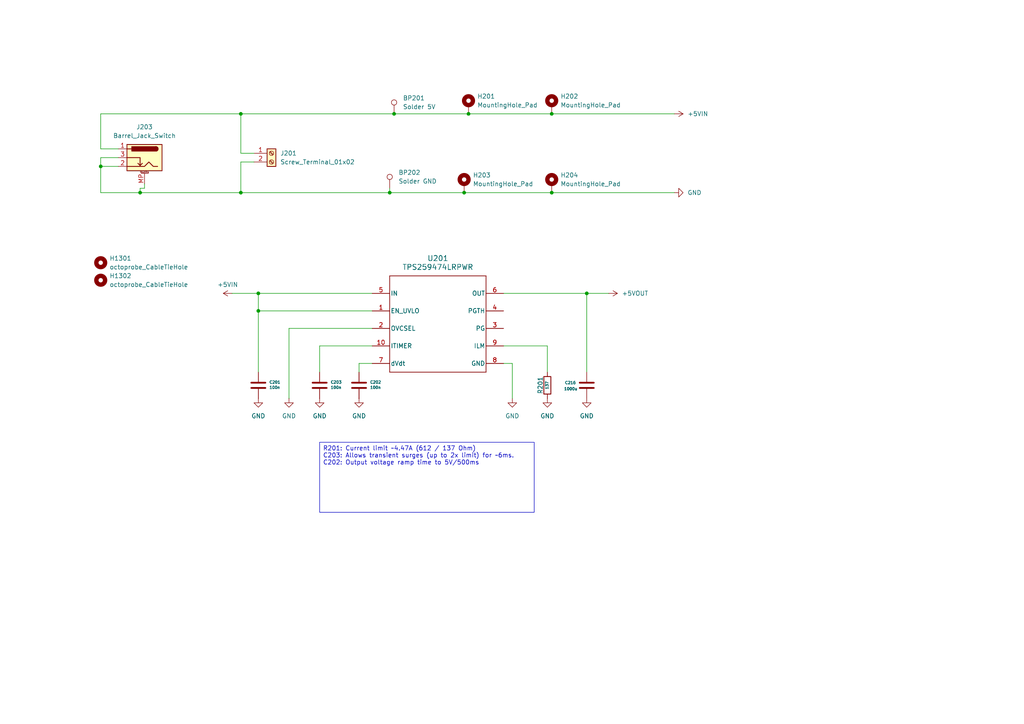
<source format=kicad_sch>
(kicad_sch (version 20250114) (generator "eeschema") (generator_version "9.0")
  (paper "A4")
  (lib_symbols
    (symbol "00_project_library:C" (pin_numbers (hide yes)) (pin_names (offset 0.254))
      (property "Reference" "C" (at 0.635 2.54 0))
      (property "Value" "C" (at 0.635 -2.54 0))
      (symbol "C_0_1"
        (polyline (pts (xy -2.032 0.762) (xy 2.032 0.762)) (stroke (width 0.508)))
        (polyline (pts (xy -2.032 -0.762) (xy 2.032 -0.762)) (stroke (width 0.508)))
      )
      (symbol "C_1_1"
        (pin passive line (at 0 3.81 270) (length 2.794) (name "~") (number "1"))
        (pin passive line (at 0 -3.81 90) (length 2.794) (name "~") (number "2"))
      )
    )
    (symbol "00_project_library:HUB+5V" (power) (pin_numbers (hide yes)) (pin_names (offset 0) (hide yes))
      (property "Value" "HUB+5V" (at 0 3.556 0))
      (symbol "HUB+5V_0_1"
        (polyline (pts (xy -0.762 1.27) (xy 0 2.54)))
        (polyline (pts (xy 0 2.54) (xy 0.762 1.27)))
        (polyline (pts (xy 0 0) (xy 0 2.54)))
      )
      (symbol "HUB+5V_1_1"
        (pin power_in line (at 0 0 90) (length 0) (name "~") (number "1"))
      )
    )
    (symbol "00_project_library:TPS259474LRPWR" (pin_names (offset 0.254))
      (property "Reference" "U" (at 0 2.54 0))
      (property "Value" "TPS259474LRPWR" (at 0 0 0))
      (symbol "TPS259474LRPWR_0_1"
        (polyline (pts (xy 5.08 5.08) (xy 5.08 -22.86)) (stroke (width 0.2032)))
        (polyline (pts (xy 5.08 -22.86) (xy 33.02 -22.86)) (stroke (width 0.2032)))
        (polyline (pts (xy 33.02 5.08) (xy 5.08 5.08)) (stroke (width 0.2032)))
        (polyline (pts (xy 33.02 -22.86) (xy 33.02 5.08)) (stroke (width 0.2032)))
        (pin power_in line (at 0 0 0) (length 5.08) (name "IN") (number "5"))
        (pin input line (at 0 -5.08 0) (length 5.08) (name "EN_UVLO") (number "1"))
        (pin input line (at 0 -10.16 0) (length 5.08) (name "OVCSEL") (number "2"))
        (pin output line (at 0 -15.24 0) (length 5.08) (name "ITIMER") (number "10"))
        (pin output line (at 0 -20.32 0) (length 5.08) (name "dVdt") (number "7"))
        (pin power_in line (at 38.1 0 180) (length 5.08) (name "OUT") (number "6"))
        (pin input line (at 38.1 -5.08 180) (length 5.08) (name "PGTH") (number "4"))
        (pin output line (at 38.1 -10.16 180) (length 5.08) (name "PG") (number "3"))
        (pin output line (at 38.1 -15.24 180) (length 5.08) (name "ILM") (number "9"))
        (pin power_in line (at 38.1 -20.32 180) (length 5.08) (name "GND") (number "8"))
      )
    )
    (symbol "00_project_library:octoprobe_CableTieHole" (pin_numbers (hide yes)) (pin_names (offset 0) (hide yes)) (in_bom no)
      (property "Reference" "H" (at 0 5.08 0))
      (property "Value" "octoprobe_CableTieHole" (at 0 3.175 0))
      (symbol "octoprobe_CableTieHole_0_1"
        (circle (center 0 0) (radius 1.27) (stroke (width 1.27)))
      )
    )
    (symbol "00_project_library:octoprobe_breakout_BP" (pin_numbers (hide yes)) (pin_names (offset 0.762) (hide yes))
      (property "Reference" "BP" (at 0 6.858 0))
      (property "Value" "octoprobe_prototype_board" (at 0 5.08 0))
      (symbol "octoprobe_breakout_BP_0_1"
        (circle (center 0 3.302) (radius 0.762))
      )
      (symbol "octoprobe_breakout_BP_1_1"
        (pin passive line (at 0 0 90) (length 2.54) (name "1") (number "1"))
      )
    )
    (symbol "Connector:Barrel_Jack_Switch_MountingPin" (pin_names (hide yes))
      (property "Reference" "J" (at 0 5.334 0))
      (property "Value" "Barrel_Jack_Switch_MountingPin" (at 1.27 -6.35 0))
      (symbol "Barrel_Jack_Switch_MountingPin_0_1"
        (rectangle (start -5.08 3.81) (end 5.08 -3.81) (stroke (width 0.254)) (fill (type background)))
        (polyline (pts (xy -3.81 -2.54) (xy -2.54 -2.54) (xy -1.27 -1.27) (xy 0 -2.54) (xy 2.54 -2.54) (xy 5.08 -2.54)) (stroke (width 0.254)))
        (arc (start -3.302 1.905) (mid -3.9343 2.54) (end -3.302 3.175) (stroke (width 0.254)))
        (arc (start -3.302 1.905) (mid -3.9343 2.54) (end -3.302 3.175) (stroke (width 0.254)) (fill (type outline)))
        (polyline (pts (xy 1.27 -2.286) (xy 1.905 -1.651)) (stroke (width 0.254)))
        (rectangle (start 3.683 3.175) (end -3.302 1.905) (stroke (width 0.254)) (fill (type outline)))
        (polyline (pts (xy 5.08 2.54) (xy 3.81 2.54)) (stroke (width 0.254)))
        (polyline (pts (xy 5.08 0) (xy 1.27 0) (xy 1.27 -2.286) (xy 0.635 -1.651)) (stroke (width 0.254)))
      )
      (symbol "Barrel_Jack_Switch_MountingPin_1_1"
        (polyline (pts (xy -1.016 -4.572) (xy 1.016 -4.572)) (stroke (width 0.1524)))
        (text "Mounting" (at 0 -4.191 0) (effects (font (size 0.381 0.381))))
        (pin passive line (at 0 -7.62 90) (length 3.048) (name "MountPin") (number "MP"))
        (pin passive line (at 7.62 2.54 180) (length 2.54) (name "~") (number "1"))
        (pin passive line (at 7.62 0 180) (length 2.54) (name "~") (number "3"))
        (pin passive line (at 7.62 -2.54 180) (length 2.54) (name "~") (number "2"))
      )
    )
    (symbol "Connector:Screw_Terminal_01x02" (pin_names (offset 1.016) (hide yes))
      (property "Reference" "J" (at 0 2.54 0))
      (property "Value" "Screw_Terminal_01x02" (at 0 -5.08 0))
      (symbol "Screw_Terminal_01x02_1_1"
        (rectangle (start -1.27 1.27) (end 1.27 -3.81) (stroke (width 0.254)) (fill (type background)))
        (polyline (pts (xy -0.5334 0.3302) (xy 0.3302 -0.508)) (stroke (width 0.1524)))
        (polyline (pts (xy -0.5334 -2.2098) (xy 0.3302 -3.048)) (stroke (width 0.1524)))
        (polyline (pts (xy -0.3556 0.508) (xy 0.508 -0.3302)) (stroke (width 0.1524)))
        (polyline (pts (xy -0.3556 -2.032) (xy 0.508 -2.8702)) (stroke (width 0.1524)))
        (circle (center 0 0) (radius 0.635) (stroke (width 0.1524)))
        (circle (center 0 -2.54) (radius 0.635) (stroke (width 0.1524)))
        (pin passive line (at -5.08 0 0) (length 3.81) (name "Pin_1") (number "1"))
        (pin passive line (at -5.08 -2.54 0) (length 3.81) (name "Pin_2") (number "2"))
      )
    )
    (symbol "Device:R" (pin_numbers (hide yes)) (pin_names (offset 0))
      (property "Reference" "R" (at 2.032 0 90))
      (property "Value" "R" (at 0 0 90))
      (symbol "R_0_1"
        (rectangle (start -1.016 -2.54) (end 1.016 2.54) (stroke (width 0.254)))
      )
      (symbol "R_1_1"
        (pin passive line (at 0 3.81 270) (length 1.27) (name "~") (number "1"))
        (pin passive line (at 0 -3.81 90) (length 1.27) (name "~") (number "2"))
      )
    )
    (symbol "Mechanical:MountingHole_Pad" (pin_numbers (hide yes)) (pin_names (offset 1.016) (hide yes)) (in_bom no)
      (property "Reference" "H" (at 0 6.35 0))
      (property "Value" "MountingHole_Pad" (at 0 4.445 0))
      (symbol "MountingHole_Pad_0_1"
        (circle (center 0 1.27) (radius 1.27) (stroke (width 1.27)))
      )
      (symbol "MountingHole_Pad_1_1"
        (pin input line (at 0 -2.54 90) (length 2.54) (name "1") (number "1"))
      )
    )
    (symbol "power:+5V" (power) (pin_numbers (hide yes)) (pin_names (offset 0) (hide yes))
      (property "Value" "+5V" (at 0 3.556 0))
      (symbol "+5V_0_1"
        (polyline (pts (xy -0.762 1.27) (xy 0 2.54)))
        (polyline (pts (xy 0 2.54) (xy 0.762 1.27)))
        (polyline (pts (xy 0 0) (xy 0 2.54)))
      )
      (symbol "+5V_1_1"
        (pin power_in line (at 0 0 90) (length 0) (name "~") (number "1"))
      )
    )
    (symbol "power:GND" (power) (pin_numbers (hide yes)) (pin_names (offset 0) (hide yes))
      (property "Value" "GND" (at 0 -3.81 0))
      (symbol "GND_0_1"
        (polyline (pts (xy 0 0) (xy 0 -1.27) (xy 1.27 -1.27) (xy 0 -2.54) (xy -1.27 -1.27) (xy 0 -1.27)))
      )
      (symbol "GND_1_1"
        (pin power_in line (at 0 0 270) (length 0) (name "~") (number "1"))
      )
    )
  )
  (text_box "R201: Current limit ~4.47A (612 / 137 Ohm)\nC203: Allows transient surges (up to 2x limit) for ~6ms.\nC202: Output voltage ramp time to 5V/500ms" (at 92.71 128.27 0) (size 62.23 20.32) (margins 0.9525 0.9525 0.9525 0.9525) (effects (font (size 1.27 1.27)) (justify left top)))
  (junction (at 69.85 33.02))
  (junction (at 134.62 55.88))
  (junction (at 135.89 33.02))
  (junction (at 160.02 33.02))
  (junction (at 170.18 85.09))
  (junction (at 114.3 33.02))
  (junction (at 74.93 85.09))
  (junction (at 69.85 55.88))
  (junction (at 74.93 90.17))
  (junction (at 40.64 55.88))
  (junction (at 29.21 48.26))
  (junction (at 113.03 55.88))
  (junction (at 160.02 55.88))
  (wire (pts (xy 69.85 55.88) (xy 40.64 55.88)))
  (wire (pts (xy 29.21 43.18) (xy 34.29 43.18)))
  (wire (pts (xy 69.85 46.99) (xy 69.85 55.88)))
  (wire (pts (xy 113.03 55.88) (xy 134.62 55.88)))
  (wire (pts (xy 40.64 55.88) (xy 40.64 54.61)))
  (wire (pts (xy 148.59 105.41) (xy 146.05 105.41)))
  (wire (pts (xy 195.58 33.02) (xy 160.02 33.02)))
  (wire (pts (xy 74.93 90.17) (xy 107.95 90.17)))
  (wire (pts (xy 114.3 33.02) (xy 135.89 33.02)))
  (wire (pts (xy 29.21 48.26) (xy 34.29 48.26)))
  (wire (pts (xy 69.85 44.45) (xy 73.66 44.45)))
  (wire (pts (xy 135.89 33.02) (xy 160.02 33.02)))
  (wire (pts (xy 195.58 55.88) (xy 160.02 55.88)))
  (wire (pts (xy 29.21 43.18) (xy 29.21 33.02)))
  (wire (pts (xy 107.95 95.25) (xy 83.82 95.25)))
  (wire (pts (xy 113.03 55.88) (xy 113.03 54.61)))
  (wire (pts (xy 92.71 100.33) (xy 92.71 107.95)))
  (wire (pts (xy 67.31 85.09) (xy 74.93 85.09)))
  (wire (pts (xy 74.93 90.17) (xy 74.93 85.09)))
  (wire (pts (xy 158.75 100.33) (xy 158.75 107.95)))
  (wire (pts (xy 113.03 55.88) (xy 69.85 55.88)))
  (wire (pts (xy 29.21 45.72) (xy 34.29 45.72)))
  (wire (pts (xy 107.95 100.33) (xy 92.71 100.33)))
  (wire (pts (xy 83.82 95.25) (xy 83.82 115.57)))
  (wire (pts (xy 29.21 48.26) (xy 29.21 55.88)))
  (wire (pts (xy 74.93 107.95) (xy 74.93 90.17)))
  (wire (pts (xy 170.18 85.09) (xy 170.18 107.95)))
  (wire (pts (xy 69.85 46.99) (xy 73.66 46.99)))
  (wire (pts (xy 69.85 33.02) (xy 69.85 44.45)))
  (wire (pts (xy 41.91 54.61) (xy 41.91 53.34)))
  (wire (pts (xy 40.64 54.61) (xy 41.91 54.61)))
  (wire (pts (xy 74.93 85.09) (xy 107.95 85.09)))
  (wire (pts (xy 29.21 45.72) (xy 29.21 48.26)))
  (wire (pts (xy 107.95 105.41) (xy 104.14 105.41)))
  (wire (pts (xy 104.14 105.41) (xy 104.14 107.95)))
  (wire (pts (xy 148.59 115.57) (xy 148.59 105.41)))
  (wire (pts (xy 114.3 33.02) (xy 69.85 33.02)))
  (wire (pts (xy 146.05 85.09) (xy 170.18 85.09)))
  (wire (pts (xy 146.05 100.33) (xy 158.75 100.33)))
  (wire (pts (xy 40.64 55.88) (xy 29.21 55.88)))
  (wire (pts (xy 69.85 33.02) (xy 29.21 33.02)))
  (wire (pts (xy 176.53 85.09) (xy 170.18 85.09)))
  (wire (pts (xy 160.02 55.88) (xy 134.62 55.88)))
  (symbol (lib_id "power:GND") (at 158.75 115.57 0) (unit 1)
    (property "Reference" "#PWR0207" (effects (hide yes)))
    (property "Value" "GND" (at 158.75 120.65 0))
    (property "Description" "Power symbol creates a global label with name \"GND\" , ground" (effects (hide yes)))
  )
  (symbol (lib_id "power:+5V") (at 67.31 85.09 90) (unit 1)
    (property "Reference" "#PWR0212" (effects (hide yes)))
    (property "Value" "+5VIN" (at 66.04 82.55 90))
    (property "Description" "Power symbol creates a global label with name \"+5V\"" (effects (hide yes)))
  )
  (symbol (lib_id "power:GND") (at 148.59 115.57 0) (unit 1)
    (property "Reference" "#PWR0208" (effects (hide yes)))
    (property "Value" "GND" (at 148.59 120.65 0))
    (property "Description" "Power symbol creates a global label with name \"GND\" , ground" (effects (hide yes)))
  )
  (symbol (lib_id "power:GND") (at 170.18 115.57 0) (unit 1)
    (property "Reference" "#PWR0206" (effects (hide yes)))
    (property "Value" "GND" (at 170.18 120.65 0))
    (property "Description" "Power symbol creates a global label with name \"GND\" , ground" (effects (hide yes)))
  )
  (symbol (lib_id "00_project_library:C") (at 92.71 111.76 0) (unit 1)
    (property "Reference" "C203" (at 95.885 110.8456 0) (effects (font (size 0.8 0.8)) (justify left)))
    (property "Value" "100n" (at 95.885 112.395 0) (effects (font (size 0.8 0.8)) (justify left)))
    (property "Footprint" "Capacitor_SMD:C_0402_1005Metric" (effects (hide yes)))
    (property "JLC" "C1525" (effects (hide yes)))
  )
  (symbol (lib_id "Connector:Barrel_Jack_Switch_MountingPin") (at 41.91 45.72 0) (mirror y) (unit 1)
    (property "Reference" "J203" (at 41.91 36.83 0))
    (property "Value" "Barrel_Jack_Switch" (at 41.91 39.37 0))
    (property "Footprint" "00_project_library:BarrelJack_D5.5mm" (effects (hide yes)))
    (property "Description" "DC Barrel Jack with an internal switch and a mounting pin" (effects (hide yes)))
    (property "JLCPCB" "C319095" (effects (hide yes)))
  )
  (symbol (lib_id "power:GND") (at 195.58 55.88 90) (unit 1)
    (property "Reference" "#PWR0214" (effects (hide yes)))
    (property "Value" "GND" (at 199.39 55.8799 90) (effects (justify right)))
    (property "Description" "Power symbol creates a global label with name \"GND\" , ground" (effects (hide yes)))
  )
  (symbol (lib_id "Device:R") (at 158.75 111.76 180) (unit 1)
    (property "Reference" "R201" (at 156.718 111.76 90))
    (property "Value" "137" (at 158.6484 111.76 90) (effects (font (size 0.8 0.8))))
    (property "Footprint" "Resistor_SMD:R_0805_2012Metric" (effects (hide yes)))
  )
  (symbol (lib_id "Mechanical:MountingHole_Pad") (at 134.62 53.34 0) (unit 1) (in_bom no)
    (property "Reference" "H203" (at 137.16 50.7999 0) (effects (justify left)))
    (property "Value" "MountingHole_Pad" (at 137.16 53.3399 0) (effects (justify left)))
    (property "Footprint" "00_project_library:octohub4_mounting_hole" (effects (hide yes)))
    (property "Description" "Mounting Hole with connection" (effects (hide yes)))
  )
  (symbol (lib_id "00_project_library:C") (at 104.14 111.76 0) (unit 1)
    (property "Reference" "C202" (at 107.315 110.8456 0) (effects (font (size 0.8 0.8)) (justify left)))
    (property "Value" "100n" (at 107.315 112.395 0) (effects (font (size 0.8 0.8)) (justify left)))
    (property "Footprint" "Capacitor_SMD:C_0402_1005Metric" (effects (hide yes)))
    (property "JLC" "C1525" (effects (hide yes)))
  )
  (symbol (lib_id "00_project_library:octoprobe_CableTieHole") (at 29.21 76.2 0) (unit 1) (in_bom no)
    (property "Reference" "H1301" (at 31.75 74.9299 0) (effects (justify left)))
    (property "Value" "octoprobe_CableTieHole" (at 31.75 77.4699 0) (effects (justify left)))
    (property "Footprint" "00_project_library:octoprobe_CableTieHole" (effects (hide yes)))
    (property "Description" "Mounting Hole without connection" (effects (hide yes)))
  )
  (symbol (lib_id "power:+5V") (at 195.58 33.02 270) (unit 1)
    (property "Reference" "#PWR0213" (effects (hide yes)))
    (property "Value" "+5VIN" (at 199.39 33.0199 90) (effects (justify left)))
    (property "Description" "Power symbol creates a global label with name \"+5V\"" (effects (hide yes)))
  )
  (symbol (lib_id "power:GND") (at 104.14 115.57 0) (unit 1)
    (property "Reference" "#PWR0209" (effects (hide yes)))
    (property "Value" "GND" (at 104.14 120.65 0))
    (property "Description" "Power symbol creates a global label with name \"GND\" , ground" (effects (hide yes)))
  )
  (symbol (lib_id "Connector:Screw_Terminal_01x02") (at 78.74 44.45 0) (unit 1)
    (property "Reference" "J201" (at 81.28 44.4499 0) (effects (justify left)))
    (property "Value" "Screw_Terminal_01x02" (at 81.28 46.9899 0) (effects (justify left)))
    (property "Footprint" "00_project_library:KF235-2P" (effects (hide yes)))
    (property "Description" "Generic screw terminal, single row, 01x02, script generated (kicad-library-utils/schlib/autogen/connector/)" (effects (hide yes)))
  )
  (symbol (lib_id "00_project_library:C") (at 74.93 111.76 0) (unit 1)
    (property "Reference" "C201" (at 78.105 110.8456 0) (effects (font (size 0.8 0.8)) (justify left)))
    (property "Value" "100n" (at 78.105 112.395 0) (effects (font (size 0.8 0.8)) (justify left)))
    (property "Footprint" "Capacitor_SMD:C_0402_1005Metric" (effects (hide yes)))
    (property "JLC" "C1525" (effects (hide yes)))
  )
  (symbol (lib_id "Mechanical:MountingHole_Pad") (at 160.02 53.34 0) (unit 1) (in_bom no)
    (property "Reference" "H204" (at 162.56 50.7999 0) (effects (justify left)))
    (property "Value" "MountingHole_Pad" (at 162.56 53.3399 0) (effects (justify left)))
    (property "Footprint" "00_project_library:octohub4_mounting_hole" (effects (hide yes)))
    (property "Description" "Mounting Hole with connection" (effects (hide yes)))
  )
  (symbol (lib_id "00_project_library:octoprobe_CableTieHole") (at 29.21 81.28 0) (unit 1) (in_bom no)
    (property "Reference" "H1302" (at 31.75 80.0099 0) (effects (justify left)))
    (property "Value" "octoprobe_CableTieHole" (at 31.75 82.5499 0) (effects (justify left)))
    (property "Footprint" "00_project_library:octoprobe_CableTieHole" (effects (hide yes)))
    (property "Description" "Mounting Hole without connection" (effects (hide yes)))
  )
  (symbol (lib_id "power:GND") (at 92.71 115.57 0) (unit 1)
    (property "Reference" "#PWR0210" (effects (hide yes)))
    (property "Value" "GND" (at 92.71 120.65 0))
    (property "Description" "Power symbol creates a global label with name \"GND\" , ground" (effects (hide yes)))
  )
  (symbol (lib_id "00_project_library:octoprobe_breakout_BP") (at 114.3 33.02 0) (unit 1) (in_bom no)
    (property "Reference" "BP201" (at 116.84 28.4479 0) (effects (justify left)))
    (property "Value" "Solder 5V" (at 116.84 30.9879 0) (effects (justify left)))
    (property "Footprint" "SolderWirePad_1x01_SMD_2x4mm" (effects (hide yes)))
    (property "Datasheet" "https://www.roth-elektronik.com/de/produkte/detail/artnr/RE233-LF/category/Laborkarten+Dual+Inline" (effects (hide yes)))
    (property "Description" "Octoprobe Prototype Board" (effects (hide yes)))
  )
  (symbol (lib_id "power:GND") (at 83.82 115.57 0) (unit 1)
    (property "Reference" "#PWR0211" (effects (hide yes)))
    (property "Value" "GND" (at 83.82 120.65 0))
    (property "Description" "Power symbol creates a global label with name \"GND\" , ground" (effects (hide yes)))
  )
  (symbol (lib_id "Mechanical:MountingHole_Pad") (at 160.02 30.48 0) (unit 1) (in_bom no)
    (property "Reference" "H202" (at 162.56 27.9399 0) (effects (justify left)))
    (property "Value" "MountingHole_Pad" (at 162.56 30.4799 0) (effects (justify left)))
    (property "Footprint" "00_project_library:octohub4_mounting_hole" (effects (hide yes)))
    (property "Description" "Mounting Hole with connection" (effects (hide yes)))
  )
  (symbol (lib_id "00_project_library:TPS259474LRPWR") (at 107.95 85.09 0) (unit 1)
    (property "Reference" "U201" (at 127 74.93 0) (effects (font (size 1.524 1.524))))
    (property "Value" "TPS259474LRPWR" (at 127 77.47 0) (effects (font (size 1.524 1.524))))
    (property "Footprint" "00_project_library:TPS259474LRPWR" (effects (hide yes)))
    (property "Datasheet" "https://www.ti.com/lit/gpn/tps25947" (effects (hide yes)))
    (property "JLCPCB" "C2864845" (effects (hide yes)))
  )
  (symbol (lib_id "00_project_library:octoprobe_breakout_BP") (at 113.03 54.61 0) (unit 1) (in_bom no)
    (property "Reference" "BP202" (at 115.57 50.0379 0) (effects (justify left)))
    (property "Value" "Solder GND" (at 115.57 52.5779 0) (effects (justify left)))
    (property "Footprint" "SolderWirePad_1x01_SMD_2x4mm" (effects (hide yes)))
    (property "Datasheet" "https://www.roth-elektronik.com/de/produkte/detail/artnr/RE233-LF/category/Laborkarten+Dual+Inline" (effects (hide yes)))
    (property "Description" "Octoprobe Prototype Board" (effects (hide yes)))
  )
  (symbol (lib_id "00_project_library:HUB+5V") (at 176.53 85.09 270) (unit 1)
    (property "Reference" "#PWR0202" (effects (hide yes)))
    (property "Value" "+5VOUT" (at 180.34 85.0899 90) (effects (justify left)))
  )
  (symbol (lib_id "power:GND") (at 74.93 115.57 0) (unit 1)
    (property "Reference" "#PWR0205" (effects (hide yes)))
    (property "Value" "GND" (at 74.93 120.65 0))
    (property "Description" "Power symbol creates a global label with name \"GND\" , ground" (effects (hide yes)))
  )
  (symbol (lib_id "Mechanical:MountingHole_Pad") (at 135.89 30.48 0) (unit 1) (in_bom no)
    (property "Reference" "H201" (at 138.43 27.9399 0) (effects (justify left)))
    (property "Value" "MountingHole_Pad" (at 138.43 30.4799 0) (effects (justify left)))
    (property "Footprint" "00_project_library:octohub4_mounting_hole" (effects (hide yes)))
    (property "Description" "Mounting Hole with connection" (effects (hide yes)))
  )
  (symbol (lib_id "00_project_library:C") (at 170.18 111.76 0) (unit 1) (in_bom no)
    (property "Reference" "C216" (at 163.83 110.998 0) (effects (font (size 0.8 0.8)) (justify left)))
    (property "Value" "1000u" (at 163.576 112.776 0) (effects (font (size 0.8 0.8)) (justify left)))
    (property "Footprint" "Capacitor_THT:CP_Radial_D8.0mm_P2.50mm" (effects (hide yes)))
    (property "JLC" "C494544" (effects (hide yes)))
  )
)
</source>
